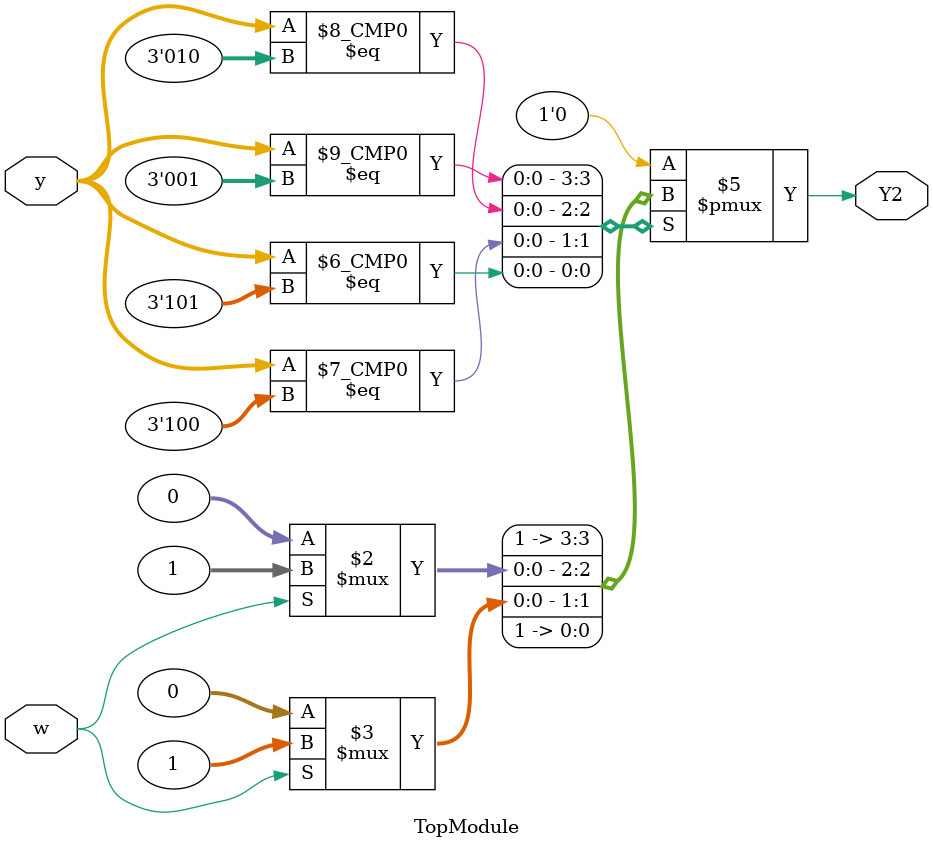
<source format=sv>

module TopModule (
  input [3:1] y,
  input w,
  output reg Y2
);

always @(*) begin
  case (y)
    3'b000: Y2 = 0;  // A -> B or A, y[2] is 0 in both cases
    3'b001: Y2 = 1;  // B -> C or D, y[2] is 1 in both cases
    3'b010: Y2 = w ? 1 : 0;  // C -> D (w=1) or E (w=0)
    3'b011: Y2 = 0;  // D -> F or A, y[2] is 0 in both cases
    3'b100: Y2 = w ? 1 : 0;  // E -> D (w=1) or E (w=0)
    3'b101: Y2 = 1;  // F -> C or D, y[2] is 1 in both cases
    default: Y2 = 0;
  endcase
end
endmodule

</source>
